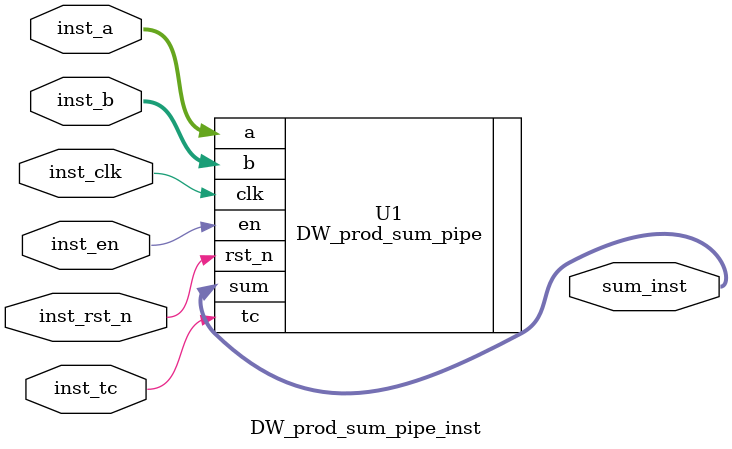
<source format=v>
module DW_prod_sum_pipe_inst( inst_clk, inst_rst_n, inst_en, inst_tc,
                              inst_a, inst_b, sum_inst );

  parameter inst_a_width = 2;
  parameter inst_b_width = 2;
  parameter inst_num_inputs = 2;
  parameter inst_sum_width = 4;
  parameter inst_num_stages = 2;
  parameter inst_stall_mode = 1;
  parameter inst_rst_mode = 1;
  parameter inst_op_iso_mode = 0;

  input inst_clk;
  input inst_rst_n;
  input inst_en;
  input inst_tc;
  input [inst_a_width*inst_num_inputs-1 : 0] inst_a;
  input [inst_b_width*inst_num_inputs-1 : 0] inst_b;
  output [inst_sum_width-1 : 0] sum_inst;

  // Instance of DW_prod_sum_pipe
  DW_prod_sum_pipe #(inst_a_width, inst_b_width, inst_num_inputs,
                     inst_sum_width, inst_num_stages, inst_stall_mode,
                     inst_rst_mode, inst_op_iso_mode) 
    U1 (.clk(inst_clk),   .rst_n(inst_rst_n),
        .en(inst_en),     .tc(inst_tc),
        .a(inst_a),       .b(inst_b), 
        .sum(sum_inst) );
endmodule

</source>
